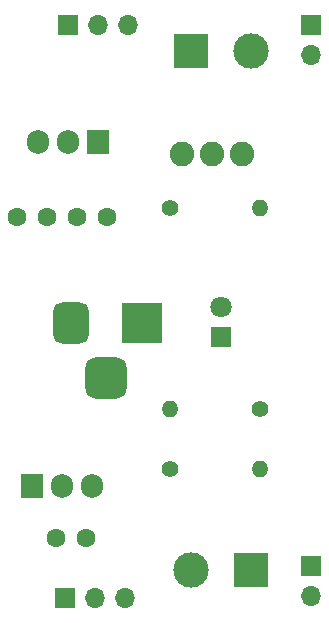
<source format=gbr>
%TF.GenerationSoftware,KiCad,Pcbnew,8.0.1*%
%TF.CreationDate,2024-03-28T07:48:49+11:00*%
%TF.ProjectId,Breadboard Power Supply,42726561-6462-46f6-9172-6420506f7765,rev?*%
%TF.SameCoordinates,Original*%
%TF.FileFunction,Soldermask,Bot*%
%TF.FilePolarity,Negative*%
%FSLAX46Y46*%
G04 Gerber Fmt 4.6, Leading zero omitted, Abs format (unit mm)*
G04 Created by KiCad (PCBNEW 8.0.1) date 2024-03-28 07:48:49*
%MOMM*%
%LPD*%
G01*
G04 APERTURE LIST*
G04 Aperture macros list*
%AMRoundRect*
0 Rectangle with rounded corners*
0 $1 Rounding radius*
0 $2 $3 $4 $5 $6 $7 $8 $9 X,Y pos of 4 corners*
0 Add a 4 corners polygon primitive as box body*
4,1,4,$2,$3,$4,$5,$6,$7,$8,$9,$2,$3,0*
0 Add four circle primitives for the rounded corners*
1,1,$1+$1,$2,$3*
1,1,$1+$1,$4,$5*
1,1,$1+$1,$6,$7*
1,1,$1+$1,$8,$9*
0 Add four rect primitives between the rounded corners*
20,1,$1+$1,$2,$3,$4,$5,0*
20,1,$1+$1,$4,$5,$6,$7,0*
20,1,$1+$1,$6,$7,$8,$9,0*
20,1,$1+$1,$8,$9,$2,$3,0*%
G04 Aperture macros list end*
%ADD10C,1.600000*%
%ADD11R,1.905000X2.000000*%
%ADD12O,1.905000X2.000000*%
%ADD13R,1.700000X1.700000*%
%ADD14O,1.700000X1.700000*%
%ADD15R,1.800000X1.800000*%
%ADD16C,1.800000*%
%ADD17C,1.400000*%
%ADD18O,1.400000X1.400000*%
%ADD19R,3.000000X3.000000*%
%ADD20C,3.000000*%
%ADD21C,2.082800*%
%ADD22R,3.500000X3.500000*%
%ADD23RoundRect,0.750000X-0.750000X-1.000000X0.750000X-1.000000X0.750000X1.000000X-0.750000X1.000000X0*%
%ADD24RoundRect,0.875000X-0.875000X-0.875000X0.875000X-0.875000X0.875000X0.875000X-0.875000X0.875000X0*%
G04 APERTURE END LIST*
D10*
%TO.C,C3*%
X92730000Y-114554000D03*
X95230000Y-114554000D03*
%TD*%
D11*
%TO.C,U1*%
X96266000Y-81026000D03*
D12*
X93726000Y-81026000D03*
X91186000Y-81026000D03*
%TD*%
D13*
%TO.C,J4*%
X114300000Y-116941600D03*
D14*
X114300000Y-119481600D03*
%TD*%
D15*
%TO.C,D1*%
X106680000Y-97541000D03*
D16*
X106680000Y-95001000D03*
%TD*%
D17*
%TO.C,R1*%
X102362000Y-86614000D03*
D18*
X109982000Y-86614000D03*
%TD*%
D19*
%TO.C,J3*%
X109220000Y-117291600D03*
D20*
X104140000Y-117291600D03*
%TD*%
D10*
%TO.C,C2*%
X89428000Y-87376000D03*
X91928000Y-87376000D03*
%TD*%
D17*
%TO.C,R2*%
X109982000Y-103632000D03*
D18*
X102362000Y-103632000D03*
%TD*%
D21*
%TO.C,SW1*%
X108458000Y-82042000D03*
X105918000Y-82042000D03*
X103378000Y-82042000D03*
%TD*%
D22*
%TO.C,J1*%
X99980000Y-96324500D03*
D23*
X93980000Y-96324500D03*
D24*
X96980000Y-101024500D03*
%TD*%
D19*
%TO.C,J2*%
X104140000Y-73320000D03*
D20*
X109220000Y-73320000D03*
%TD*%
D17*
%TO.C,R3*%
X102362000Y-108712000D03*
D18*
X109982000Y-108712000D03*
%TD*%
D13*
%TO.C,J7*%
X93741000Y-71120000D03*
D14*
X96281000Y-71120000D03*
X98821000Y-71120000D03*
%TD*%
D13*
%TO.C,J6*%
X93487000Y-119634000D03*
D14*
X96027000Y-119634000D03*
X98567000Y-119634000D03*
%TD*%
D11*
%TO.C,U2*%
X90678000Y-110165000D03*
D12*
X93218000Y-110165000D03*
X95758000Y-110165000D03*
%TD*%
D13*
%TO.C,J5*%
X114300000Y-71120000D03*
D14*
X114300000Y-73660000D03*
%TD*%
D10*
%TO.C,C1*%
X97008000Y-87376000D03*
X94508000Y-87376000D03*
%TD*%
M02*

</source>
